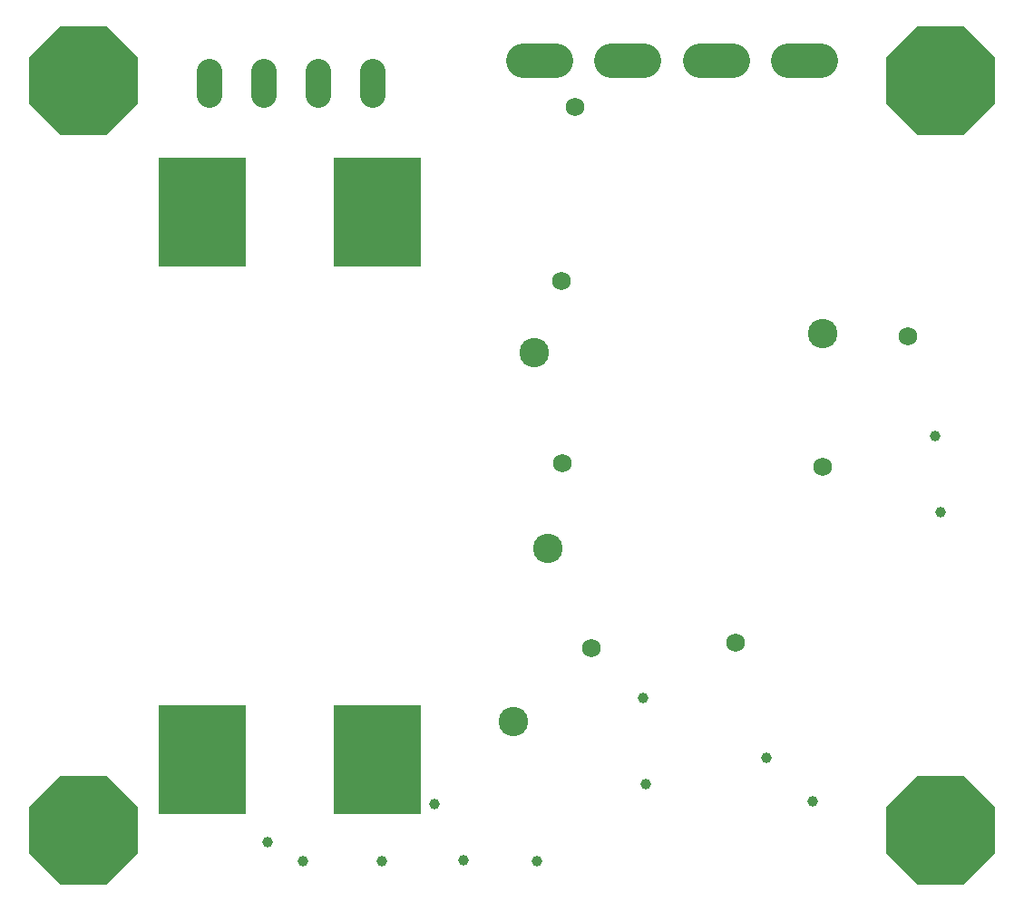
<source format=gbr>
G04 EAGLE Gerber RS-274X export*
G75*
%MOMM*%
%FSLAX34Y34*%
%LPD*%
%INSoldermask Top*%
%IPPOS*%
%AMOC8*
5,1,8,0,0,1.08239X$1,22.5*%
G01*
%ADD10P,11.043842X8X22.500000*%
%ADD11R,8.203200X10.203200*%
%ADD12C,2.403200*%
%ADD13C,3.251200*%
%ADD14C,2.743200*%
%ADD15C,0.990600*%
%ADD16C,1.727200*%


D10*
X322580Y232410D03*
X1122680Y232410D03*
X1122680Y932180D03*
X322580Y932180D03*
D11*
X433700Y809980D03*
X596700Y809980D03*
X433700Y297980D03*
X596700Y297980D03*
D12*
X439940Y918620D02*
X439940Y940620D01*
X490940Y940620D02*
X490940Y918620D01*
X541940Y918620D02*
X541940Y940620D01*
X592740Y940620D02*
X592740Y918620D01*
D13*
X733070Y951090D02*
X763550Y951090D01*
X815570Y951090D02*
X846050Y951090D01*
X898070Y951090D02*
X928550Y951090D01*
X980620Y951090D02*
X1011100Y951090D01*
D14*
X723900Y334010D03*
X755650Y495300D03*
X742950Y678180D03*
X1012190Y695960D03*
D15*
X527050Y203200D03*
X600710Y203200D03*
X676910Y204470D03*
X745490Y203200D03*
D16*
X796290Y402590D03*
X930910Y407670D03*
X1092200Y693420D03*
X768350Y745490D03*
X769620Y575310D03*
X1012190Y571500D03*
D15*
X1003300Y259080D03*
X1122680Y529590D03*
X494030Y220980D03*
X960120Y299720D03*
D16*
X781050Y908050D03*
D15*
X847090Y275590D03*
X844550Y355600D03*
X1117600Y600710D03*
X650240Y256540D03*
M02*

</source>
